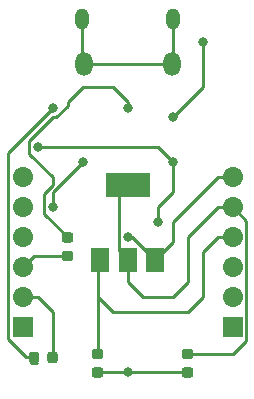
<source format=gbl>
%TF.GenerationSoftware,KiCad,Pcbnew,(5.1.6)-1*%
%TF.CreationDate,2020-11-18T13:32:08+05:30*%
%TF.ProjectId,ATTiny85 Development Board,41545469-6e79-4383-9520-446576656c6f,rev?*%
%TF.SameCoordinates,Original*%
%TF.FileFunction,Copper,L2,Bot*%
%TF.FilePolarity,Positive*%
%FSLAX46Y46*%
G04 Gerber Fmt 4.6, Leading zero omitted, Abs format (unit mm)*
G04 Created by KiCad (PCBNEW (5.1.6)-1) date 2020-11-18 13:32:08*
%MOMM*%
%LPD*%
G01*
G04 APERTURE LIST*
%TA.AperFunction,ComponentPad*%
%ADD10O,1.700000X1.700000*%
%TD*%
%TA.AperFunction,ComponentPad*%
%ADD11R,1.700000X1.700000*%
%TD*%
%TA.AperFunction,ComponentPad*%
%ADD12O,1.150000X1.800000*%
%TD*%
%TA.AperFunction,ComponentPad*%
%ADD13O,1.450000X2.000000*%
%TD*%
%TA.AperFunction,SMDPad,CuDef*%
%ADD14R,3.800000X2.000000*%
%TD*%
%TA.AperFunction,SMDPad,CuDef*%
%ADD15R,1.500000X2.000000*%
%TD*%
%TA.AperFunction,ViaPad*%
%ADD16C,0.800000*%
%TD*%
%TA.AperFunction,ViaPad*%
%ADD17C,1.700000*%
%TD*%
%TA.AperFunction,Conductor*%
%ADD18C,0.250000*%
%TD*%
G04 APERTURE END LIST*
D10*
%TO.P,J3,6*%
%TO.N,GND*%
X146050000Y-115570000D03*
%TO.P,J3,5*%
%TO.N,+3V3*%
X146050000Y-118110000D03*
%TO.P,J3,4*%
%TO.N,+5V*%
X146050000Y-120650000D03*
%TO.P,J3,3*%
%TO.N,PB2*%
X146050000Y-123190000D03*
%TO.P,J3,2*%
%TO.N,PB1*%
X146050000Y-125730000D03*
D11*
%TO.P,J3,1*%
%TO.N,PB0*%
X146050000Y-128270000D03*
%TD*%
D12*
%TO.P,J1,6*%
%TO.N,Net-(J1-Pad6)*%
X133285000Y-102190000D03*
X141035000Y-102190000D03*
D13*
X133435000Y-105990000D03*
X140885000Y-105990000D03*
%TD*%
%TO.P,C3,1*%
%TO.N,+5V*%
%TA.AperFunction,SMDPad,CuDef*%
G36*
G01*
X134363750Y-130067500D02*
X134876250Y-130067500D01*
G75*
G02*
X135095000Y-130286250I0J-218750D01*
G01*
X135095000Y-130723750D01*
G75*
G02*
X134876250Y-130942500I-218750J0D01*
G01*
X134363750Y-130942500D01*
G75*
G02*
X134145000Y-130723750I0J218750D01*
G01*
X134145000Y-130286250D01*
G75*
G02*
X134363750Y-130067500I218750J0D01*
G01*
G37*
%TD.AperFunction*%
%TO.P,C3,2*%
%TO.N,GND*%
%TA.AperFunction,SMDPad,CuDef*%
G36*
G01*
X134363750Y-131642500D02*
X134876250Y-131642500D01*
G75*
G02*
X135095000Y-131861250I0J-218750D01*
G01*
X135095000Y-132298750D01*
G75*
G02*
X134876250Y-132517500I-218750J0D01*
G01*
X134363750Y-132517500D01*
G75*
G02*
X134145000Y-132298750I0J218750D01*
G01*
X134145000Y-131861250D01*
G75*
G02*
X134363750Y-131642500I218750J0D01*
G01*
G37*
%TD.AperFunction*%
%TD*%
%TO.P,C4,2*%
%TO.N,GND*%
%TA.AperFunction,SMDPad,CuDef*%
G36*
G01*
X141983750Y-131642500D02*
X142496250Y-131642500D01*
G75*
G02*
X142715000Y-131861250I0J-218750D01*
G01*
X142715000Y-132298750D01*
G75*
G02*
X142496250Y-132517500I-218750J0D01*
G01*
X141983750Y-132517500D01*
G75*
G02*
X141765000Y-132298750I0J218750D01*
G01*
X141765000Y-131861250D01*
G75*
G02*
X141983750Y-131642500I218750J0D01*
G01*
G37*
%TD.AperFunction*%
%TO.P,C4,1*%
%TO.N,+3V3*%
%TA.AperFunction,SMDPad,CuDef*%
G36*
G01*
X141983750Y-130067500D02*
X142496250Y-130067500D01*
G75*
G02*
X142715000Y-130286250I0J-218750D01*
G01*
X142715000Y-130723750D01*
G75*
G02*
X142496250Y-130942500I-218750J0D01*
G01*
X141983750Y-130942500D01*
G75*
G02*
X141765000Y-130723750I0J218750D01*
G01*
X141765000Y-130286250D01*
G75*
G02*
X141983750Y-130067500I218750J0D01*
G01*
G37*
%TD.AperFunction*%
%TD*%
D11*
%TO.P,J2,1*%
%TO.N,GND*%
X128270000Y-128270000D03*
D10*
%TO.P,J2,2*%
%TO.N,PB4*%
X128270000Y-125730000D03*
%TO.P,J2,3*%
%TO.N,PB3*%
X128270000Y-123190000D03*
%TO.P,J2,4*%
%TO.N,Reset*%
X128270000Y-120650000D03*
%TO.P,J2,5*%
%TO.N,GND*%
X128270000Y-118110000D03*
%TO.P,J2,6*%
%TO.N,VCC*%
X128270000Y-115570000D03*
%TD*%
%TO.P,R2,1*%
%TO.N,PB4*%
%TA.AperFunction,SMDPad,CuDef*%
G36*
G01*
X131247500Y-130553750D02*
X131247500Y-131066250D01*
G75*
G02*
X131028750Y-131285000I-218750J0D01*
G01*
X130591250Y-131285000D01*
G75*
G02*
X130372500Y-131066250I0J218750D01*
G01*
X130372500Y-130553750D01*
G75*
G02*
X130591250Y-130335000I218750J0D01*
G01*
X131028750Y-130335000D01*
G75*
G02*
X131247500Y-130553750I0J-218750D01*
G01*
G37*
%TD.AperFunction*%
%TO.P,R2,2*%
%TO.N,Net-(D1-Pad1)*%
%TA.AperFunction,SMDPad,CuDef*%
G36*
G01*
X129672500Y-130553750D02*
X129672500Y-131066250D01*
G75*
G02*
X129453750Y-131285000I-218750J0D01*
G01*
X129016250Y-131285000D01*
G75*
G02*
X128797500Y-131066250I0J218750D01*
G01*
X128797500Y-130553750D01*
G75*
G02*
X129016250Y-130335000I218750J0D01*
G01*
X129453750Y-130335000D01*
G75*
G02*
X129672500Y-130553750I0J-218750D01*
G01*
G37*
%TD.AperFunction*%
%TD*%
%TO.P,R3,2*%
%TO.N,Net-(D2-Pad1)*%
%TA.AperFunction,SMDPad,CuDef*%
G36*
G01*
X132336250Y-121087500D02*
X131823750Y-121087500D01*
G75*
G02*
X131605000Y-120868750I0J218750D01*
G01*
X131605000Y-120431250D01*
G75*
G02*
X131823750Y-120212500I218750J0D01*
G01*
X132336250Y-120212500D01*
G75*
G02*
X132555000Y-120431250I0J-218750D01*
G01*
X132555000Y-120868750D01*
G75*
G02*
X132336250Y-121087500I-218750J0D01*
G01*
G37*
%TD.AperFunction*%
%TO.P,R3,1*%
%TO.N,PB3*%
%TA.AperFunction,SMDPad,CuDef*%
G36*
G01*
X132336250Y-122662500D02*
X131823750Y-122662500D01*
G75*
G02*
X131605000Y-122443750I0J218750D01*
G01*
X131605000Y-122006250D01*
G75*
G02*
X131823750Y-121787500I218750J0D01*
G01*
X132336250Y-121787500D01*
G75*
G02*
X132555000Y-122006250I0J-218750D01*
G01*
X132555000Y-122443750D01*
G75*
G02*
X132336250Y-122662500I-218750J0D01*
G01*
G37*
%TD.AperFunction*%
%TD*%
D14*
%TO.P,U3,2*%
%TO.N,+3V3*%
X137160000Y-116230000D03*
D15*
X137160000Y-122530000D03*
%TO.P,U3,3*%
%TO.N,+5V*%
X134860000Y-122530000D03*
%TO.P,U3,1*%
%TO.N,GND*%
X139460000Y-122530000D03*
%TD*%
D16*
%TO.N,GND*%
X137184990Y-120625010D03*
D17*
X146050000Y-115570000D03*
X128270000Y-128270000D03*
X128270000Y-118110000D03*
D16*
X130810000Y-118110000D03*
X130810000Y-118110000D03*
X133350000Y-114300000D03*
X137160000Y-132080000D03*
X143510000Y-104140000D03*
X140970000Y-110490000D03*
%TO.N,+5V*%
X139700000Y-119380000D03*
X140970000Y-114300000D03*
X129540000Y-113030000D03*
D17*
X146050000Y-120650000D03*
%TO.N,+3V3*%
X146050000Y-118110000D03*
D16*
%TO.N,Net-(D1-Pad1)*%
X130810000Y-109702500D03*
%TO.N,Net-(D2-Pad1)*%
X137160000Y-109702500D03*
D17*
%TO.N,PB4*%
X128270000Y-125730000D03*
%TO.N,PB3*%
X128270000Y-123190000D03*
%TO.N,Reset*%
X128270000Y-120650000D03*
%TO.N,VCC*%
X128270000Y-115570000D03*
%TO.N,PB0*%
X146050000Y-128270000D03*
%TO.N,PB1*%
X146050000Y-125730000D03*
%TO.N,PB2*%
X146050000Y-123190000D03*
%TD*%
D18*
%TO.N,GND*%
X137555010Y-120625010D02*
X139460000Y-122530000D01*
X137184990Y-120625010D02*
X137555010Y-120625010D01*
X146050000Y-115570000D02*
X146050000Y-115570000D01*
X144780000Y-115570000D02*
X140970000Y-119380000D01*
X140970000Y-121020000D02*
X139460000Y-122530000D01*
X140970000Y-119380000D02*
X140970000Y-121020000D01*
X146050000Y-115570000D02*
X146050000Y-115570000D01*
X146050000Y-115570000D02*
X144780000Y-115570000D01*
X130810000Y-118110000D02*
X130810000Y-116840000D01*
X130810000Y-116840000D02*
X133350000Y-114300000D01*
X134620000Y-132080000D02*
X137160000Y-132080000D01*
X137160000Y-132080000D02*
X142240000Y-132080000D01*
X143510000Y-107950000D02*
X140970000Y-110490000D01*
X143510000Y-104140000D02*
X143510000Y-107950000D01*
%TO.N,+5V*%
X139700000Y-119380000D02*
X139700000Y-118110000D01*
X140970000Y-116840000D02*
X140970000Y-114300000D01*
X139700000Y-118110000D02*
X140970000Y-116840000D01*
X129540000Y-113030000D02*
X139700000Y-113030000D01*
X139700000Y-113030000D02*
X140970000Y-114300000D01*
X135890000Y-127000000D02*
X134620000Y-125730000D01*
X144780000Y-120650000D02*
X143510000Y-121920000D01*
X134620000Y-125730000D02*
X134620000Y-123190000D01*
X142240000Y-127000000D02*
X135890000Y-127000000D01*
X146050000Y-120650000D02*
X144780000Y-120650000D01*
X143510000Y-121920000D02*
X143510000Y-125730000D01*
X143510000Y-125730000D02*
X142240000Y-127000000D01*
X134620000Y-125730000D02*
X134620000Y-129235000D01*
X134620000Y-129235000D02*
X134620000Y-130505000D01*
%TO.N,+3V3*%
X136459989Y-116930011D02*
X137160000Y-116230000D01*
X136459989Y-121829989D02*
X136459989Y-116930011D01*
X137160000Y-122530000D02*
X136459989Y-121829989D01*
X137160000Y-124460000D02*
X138430000Y-125730000D01*
X137160000Y-123190000D02*
X137160000Y-124460000D01*
X138430000Y-125730000D02*
X140970000Y-125730000D01*
X140970000Y-125730000D02*
X142240000Y-124460000D01*
X142240000Y-124460000D02*
X142240000Y-120650000D01*
X142240000Y-120650000D02*
X144780000Y-118110000D01*
X144780000Y-118110000D02*
X146050000Y-118110000D01*
X146050000Y-118110000D02*
X146050000Y-118110000D01*
X147225001Y-119285001D02*
X146050000Y-118110000D01*
X147225001Y-129380001D02*
X147225001Y-119285001D01*
X146100002Y-130505000D02*
X147225001Y-129380001D01*
X142240000Y-130505000D02*
X146100002Y-130505000D01*
%TO.N,Net-(D1-Pad1)*%
X128994988Y-131279990D02*
X129527490Y-131279990D01*
X127000000Y-113512500D02*
X127000000Y-129285002D01*
X128524998Y-130810000D02*
X129235000Y-130810000D01*
X127000000Y-129285002D02*
X128524998Y-130810000D01*
X130810000Y-109702500D02*
X127000000Y-113512500D01*
%TO.N,Net-(D2-Pad1)*%
X128814999Y-112485001D02*
X128814999Y-113574999D01*
X130810000Y-110490000D02*
X128814999Y-112485001D01*
X130810000Y-115570000D02*
X130810000Y-116203590D01*
X128814999Y-113574999D02*
X130810000Y-115570000D01*
X130084999Y-116928591D02*
X130084999Y-118654999D01*
X130810000Y-116203590D02*
X130084999Y-116928591D01*
X130084999Y-118654999D02*
X132080000Y-120650000D01*
X132080000Y-109220000D02*
X133350000Y-107950000D01*
X132080000Y-109505502D02*
X131095502Y-110490000D01*
X132080000Y-109220000D02*
X132080000Y-109505502D01*
X131095502Y-110490000D02*
X130810000Y-110490000D01*
X135890000Y-107950000D02*
X137160000Y-109220000D01*
X135890000Y-107950000D02*
X133350000Y-107950000D01*
X137160000Y-109220000D02*
X137160000Y-109702500D01*
%TO.N,Net-(J1-Pad6)*%
X141035000Y-105840000D02*
X140885000Y-105990000D01*
X141035000Y-102190000D02*
X141035000Y-105840000D01*
X134410000Y-105990000D02*
X140885000Y-105990000D01*
X133435000Y-105990000D02*
X134410000Y-105990000D01*
X133285000Y-105840000D02*
X133435000Y-105990000D01*
X133285000Y-102190000D02*
X133285000Y-105840000D01*
%TO.N,PB4*%
X130810000Y-130810000D02*
X130810000Y-127000000D01*
X129540000Y-125730000D02*
X128270000Y-125730000D01*
X130810000Y-127000000D02*
X129540000Y-125730000D01*
%TO.N,PB3*%
X129235000Y-122225000D02*
X128270000Y-123190000D01*
X132080000Y-122225000D02*
X129235000Y-122225000D01*
%TD*%
M02*

</source>
